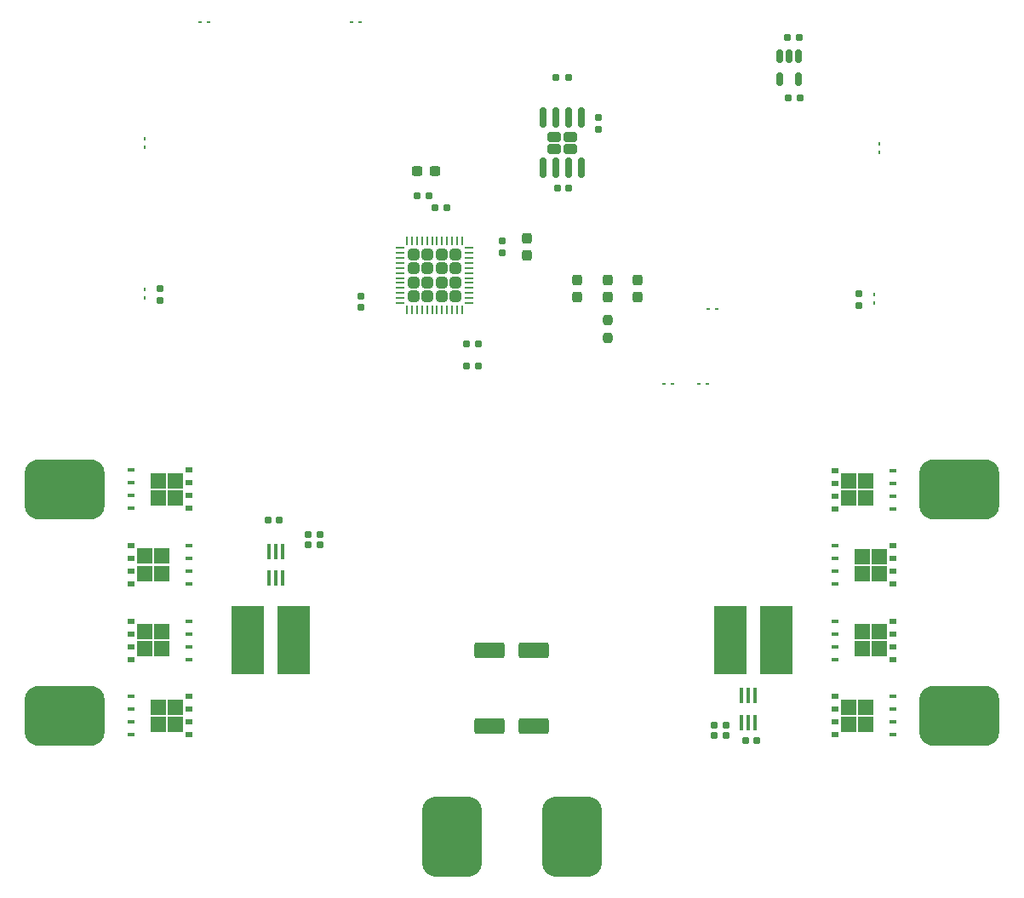
<source format=gbr>
%TF.GenerationSoftware,KiCad,Pcbnew,8.0.3*%
%TF.CreationDate,2024-07-05T23:28:03-07:00*%
%TF.ProjectId,go-kart-esc,676f2d6b-6172-4742-9d65-73632e6b6963,rev?*%
%TF.SameCoordinates,Original*%
%TF.FileFunction,Paste,Top*%
%TF.FilePolarity,Positive*%
%FSLAX46Y46*%
G04 Gerber Fmt 4.6, Leading zero omitted, Abs format (unit mm)*
G04 Created by KiCad (PCBNEW 8.0.3) date 2024-07-05 23:28:03*
%MOMM*%
%LPD*%
G01*
G04 APERTURE LIST*
G04 Aperture macros list*
%AMRoundRect*
0 Rectangle with rounded corners*
0 $1 Rounding radius*
0 $2 $3 $4 $5 $6 $7 $8 $9 X,Y pos of 4 corners*
0 Add a 4 corners polygon primitive as box body*
4,1,4,$2,$3,$4,$5,$6,$7,$8,$9,$2,$3,0*
0 Add four circle primitives for the rounded corners*
1,1,$1+$1,$2,$3*
1,1,$1+$1,$4,$5*
1,1,$1+$1,$6,$7*
1,1,$1+$1,$8,$9*
0 Add four rect primitives between the rounded corners*
20,1,$1+$1,$2,$3,$4,$5,0*
20,1,$1+$1,$4,$5,$6,$7,0*
20,1,$1+$1,$6,$7,$8,$9,0*
20,1,$1+$1,$8,$9,$2,$3,0*%
G04 Aperture macros list end*
%ADD10RoundRect,0.150000X-0.150000X0.512500X-0.150000X-0.512500X0.150000X-0.512500X0.150000X0.512500X0*%
%ADD11RoundRect,0.237500X-0.300000X-0.237500X0.300000X-0.237500X0.300000X0.237500X-0.300000X0.237500X0*%
%ADD12RoundRect,0.160000X0.197500X0.160000X-0.197500X0.160000X-0.197500X-0.160000X0.197500X-0.160000X0*%
%ADD13RoundRect,1.500000X-1.500000X-2.500000X1.500000X-2.500000X1.500000X2.500000X-1.500000X2.500000X0*%
%ADD14RoundRect,1.500000X2.500000X-1.500000X2.500000X1.500000X-2.500000X1.500000X-2.500000X-1.500000X0*%
%ADD15RoundRect,0.062500X0.117500X0.062500X-0.117500X0.062500X-0.117500X-0.062500X0.117500X-0.062500X0*%
%ADD16R,1.500000X1.500000*%
%ADD17R,0.750000X0.500000*%
%ADD18R,0.750000X0.400000*%
%ADD19RoundRect,0.155000X-0.212500X-0.155000X0.212500X-0.155000X0.212500X0.155000X-0.212500X0.155000X0*%
%ADD20RoundRect,0.155000X0.155000X-0.212500X0.155000X0.212500X-0.155000X0.212500X-0.155000X-0.212500X0*%
%ADD21RoundRect,1.500000X-2.500000X1.500000X-2.500000X-1.500000X2.500000X-1.500000X2.500000X1.500000X0*%
%ADD22R,0.400000X1.500000*%
%ADD23RoundRect,0.160000X-0.197500X-0.160000X0.197500X-0.160000X0.197500X0.160000X-0.197500X0.160000X0*%
%ADD24RoundRect,0.155000X-0.155000X0.212500X-0.155000X-0.212500X0.155000X-0.212500X0.155000X0.212500X0*%
%ADD25RoundRect,0.062500X-0.062500X0.117500X-0.062500X-0.117500X0.062500X-0.117500X0.062500X0.117500X0*%
%ADD26RoundRect,0.155000X0.212500X0.155000X-0.212500X0.155000X-0.212500X-0.155000X0.212500X-0.155000X0*%
%ADD27R,3.180000X6.860000*%
%ADD28RoundRect,0.160000X-0.160000X0.197500X-0.160000X-0.197500X0.160000X-0.197500X0.160000X0.197500X0*%
%ADD29RoundRect,0.237500X0.237500X-0.287500X0.237500X0.287500X-0.237500X0.287500X-0.237500X-0.287500X0*%
%ADD30RoundRect,0.242500X0.422500X-0.242500X0.422500X0.242500X-0.422500X0.242500X-0.422500X-0.242500X0*%
%ADD31RoundRect,0.150000X0.150000X-0.825000X0.150000X0.825000X-0.150000X0.825000X-0.150000X-0.825000X0*%
%ADD32RoundRect,0.250000X-1.250000X-0.550000X1.250000X-0.550000X1.250000X0.550000X-1.250000X0.550000X0*%
%ADD33RoundRect,0.062500X-0.117500X-0.062500X0.117500X-0.062500X0.117500X0.062500X-0.117500X0.062500X0*%
%ADD34RoundRect,0.250000X-0.315000X0.315000X-0.315000X-0.315000X0.315000X-0.315000X0.315000X0.315000X0*%
%ADD35RoundRect,0.062500X-0.062500X0.375000X-0.062500X-0.375000X0.062500X-0.375000X0.062500X0.375000X0*%
%ADD36RoundRect,0.062500X-0.375000X0.062500X-0.375000X-0.062500X0.375000X-0.062500X0.375000X0.062500X0*%
%ADD37RoundRect,0.237500X-0.237500X0.300000X-0.237500X-0.300000X0.237500X-0.300000X0.237500X0.300000X0*%
%ADD38RoundRect,0.237500X-0.237500X0.250000X-0.237500X-0.250000X0.237500X-0.250000X0.237500X0.250000X0*%
G04 APERTURE END LIST*
D10*
%TO.C,U801*%
X93517500Y-31862500D03*
X92567500Y-31862500D03*
X91617500Y-31862500D03*
X91617500Y-34137500D03*
X93517500Y-34137500D03*
%TD*%
D11*
%TO.C,C405*%
X55600000Y-43300000D03*
X57325000Y-43300000D03*
%TD*%
D12*
%TO.C,R701*%
X70597500Y-34000000D03*
X69402500Y-34000000D03*
%TD*%
D13*
%TO.C,J102*%
X71000000Y-109500000D03*
%TD*%
D14*
%TO.C,J602*%
X109500000Y-75000000D03*
%TD*%
D15*
%TO.C,D117*%
X83580000Y-64500000D03*
X84420000Y-64500000D03*
%TD*%
D16*
%TO.C,Q604*%
X99800000Y-81650000D03*
X99800000Y-83350000D03*
X101500000Y-81650000D03*
X101500000Y-83350000D03*
D17*
X102905000Y-80595000D03*
X102905000Y-81865000D03*
X102905000Y-83135000D03*
X102905000Y-84405000D03*
D18*
X97100000Y-80595000D03*
X97100000Y-81865000D03*
X97100000Y-83135000D03*
X97100000Y-84405000D03*
%TD*%
D19*
%TO.C,C407*%
X55600000Y-45800000D03*
X56735000Y-45800000D03*
%TD*%
D20*
%TO.C,C403*%
X50000000Y-56900000D03*
X50000000Y-55765000D03*
%TD*%
D21*
%TO.C,J301*%
X20500000Y-75000000D03*
%TD*%
D22*
%TO.C,U601*%
X87850000Y-98160000D03*
X88500000Y-98160000D03*
X89150000Y-98160000D03*
X89150000Y-95500000D03*
X88500000Y-95500000D03*
X87850000Y-95500000D03*
%TD*%
D23*
%TO.C,R304*%
X44752500Y-79500000D03*
X45947500Y-79500000D03*
%TD*%
D24*
%TO.C,C702*%
X73567500Y-38025000D03*
X73567500Y-39160000D03*
%TD*%
D25*
%TO.C,D110*%
X28500000Y-40920000D03*
X28500000Y-40080000D03*
%TD*%
D23*
%TO.C,R603*%
X85120129Y-98480348D03*
X86315129Y-98480348D03*
%TD*%
D26*
%TO.C,C402*%
X61635000Y-60500000D03*
X60500000Y-60500000D03*
%TD*%
D27*
%TO.C,R301*%
X43250000Y-90000000D03*
X38750000Y-90000000D03*
%TD*%
D14*
%TO.C,J601*%
X109500000Y-97500000D03*
%TD*%
D21*
%TO.C,J302*%
X20500000Y-97500000D03*
%TD*%
D28*
%TO.C,R102*%
X99500000Y-55500000D03*
X99500000Y-56695000D03*
%TD*%
D26*
%TO.C,C408*%
X61635000Y-62750000D03*
X60500000Y-62750000D03*
%TD*%
D27*
%TO.C,R601*%
X86750000Y-90000000D03*
X91250000Y-90000000D03*
%TD*%
D29*
%TO.C,D101*%
X77500000Y-55875000D03*
X77500000Y-54125000D03*
%TD*%
D30*
%TO.C,U701*%
X69175000Y-41100000D03*
X70825000Y-41100000D03*
X69175000Y-39900000D03*
X70825000Y-39900000D03*
D31*
X68095000Y-42975000D03*
X69365000Y-42975000D03*
X70635000Y-42975000D03*
X71905000Y-42975000D03*
X71905000Y-38025000D03*
X70635000Y-38025000D03*
X69365000Y-38025000D03*
X68095000Y-38025000D03*
%TD*%
D12*
%TO.C,R604*%
X86315129Y-99480348D03*
X85120129Y-99480348D03*
%TD*%
D13*
%TO.C,J101*%
X59000000Y-109500000D03*
%TD*%
D29*
%TO.C,D102*%
X71500000Y-55875000D03*
X71500000Y-54125000D03*
%TD*%
D16*
%TO.C,Q603*%
X100200000Y-75850000D03*
X100200000Y-74150000D03*
X98500000Y-75850000D03*
X98500000Y-74150000D03*
D17*
X97095000Y-76905000D03*
X97095000Y-75635000D03*
X97095000Y-74365000D03*
X97095000Y-73095000D03*
D18*
X102900000Y-76905000D03*
X102900000Y-75635000D03*
X102900000Y-74365000D03*
X102900000Y-73095000D03*
%TD*%
D32*
%TO.C,C506*%
X62800000Y-98500000D03*
X67200000Y-98500000D03*
%TD*%
D16*
%TO.C,Q301*%
X29800000Y-74135000D03*
X29800000Y-75835000D03*
X31500000Y-74135000D03*
X31500000Y-75835000D03*
D17*
X32905000Y-73080000D03*
X32905000Y-74350000D03*
X32905000Y-75620000D03*
X32905000Y-76890000D03*
D18*
X27100000Y-73080000D03*
X27100000Y-74350000D03*
X27100000Y-75620000D03*
X27100000Y-76890000D03*
%TD*%
D25*
%TO.C,D108*%
X101500000Y-41420000D03*
X101500000Y-40580000D03*
%TD*%
D19*
%TO.C,C401*%
X57365000Y-47000000D03*
X58500000Y-47000000D03*
%TD*%
D28*
%TO.C,R101*%
X30000000Y-55000000D03*
X30000000Y-56195000D03*
%TD*%
D12*
%TO.C,R303*%
X45947500Y-80500000D03*
X44752500Y-80500000D03*
%TD*%
D25*
%TO.C,D106*%
X28500000Y-55920000D03*
X28500000Y-55080000D03*
%TD*%
D32*
%TO.C,C206*%
X62800000Y-91000000D03*
X67200000Y-91000000D03*
%TD*%
D16*
%TO.C,Q304*%
X30200000Y-90835000D03*
X30200000Y-89135000D03*
X28500000Y-90835000D03*
X28500000Y-89135000D03*
D17*
X27095000Y-91890000D03*
X27095000Y-90620000D03*
X27095000Y-89350000D03*
X27095000Y-88080000D03*
D18*
X32900000Y-91890000D03*
X32900000Y-90620000D03*
X32900000Y-89350000D03*
X32900000Y-88080000D03*
%TD*%
D16*
%TO.C,Q602*%
X99800000Y-89150000D03*
X99800000Y-90850000D03*
X101500000Y-89150000D03*
X101500000Y-90850000D03*
D17*
X102905000Y-88095000D03*
X102905000Y-89365000D03*
X102905000Y-90635000D03*
X102905000Y-91905000D03*
D18*
X97100000Y-88095000D03*
X97100000Y-89365000D03*
X97100000Y-90635000D03*
X97100000Y-91905000D03*
%TD*%
D33*
%TO.C,D116*%
X85340000Y-57000000D03*
X84500000Y-57000000D03*
%TD*%
D15*
%TO.C,D114*%
X49080000Y-28500000D03*
X49920000Y-28500000D03*
%TD*%
%TO.C,D118*%
X80080000Y-64500000D03*
X80920000Y-64500000D03*
%TD*%
D24*
%TO.C,C404*%
X64000000Y-50300000D03*
X64000000Y-51435000D03*
%TD*%
D26*
%TO.C,C801*%
X93635000Y-36000000D03*
X92500000Y-36000000D03*
%TD*%
D15*
%TO.C,D112*%
X34000000Y-28500000D03*
X34840000Y-28500000D03*
%TD*%
D16*
%TO.C,Q601*%
X100200000Y-98350000D03*
X100200000Y-96650000D03*
X98500000Y-98350000D03*
X98500000Y-96650000D03*
D17*
X97095000Y-99405000D03*
X97095000Y-98135000D03*
X97095000Y-96865000D03*
X97095000Y-95595000D03*
D18*
X102900000Y-99405000D03*
X102900000Y-98135000D03*
X102900000Y-96865000D03*
X102900000Y-95595000D03*
%TD*%
D34*
%TO.C,U401*%
X59400000Y-51600000D03*
X58000000Y-51600000D03*
X56600000Y-51600000D03*
X55200000Y-51600000D03*
X59400000Y-53000000D03*
X58000000Y-53000000D03*
X56600000Y-53000000D03*
X55200000Y-53000000D03*
X59400000Y-54400000D03*
X58000000Y-54400000D03*
X56600000Y-54400000D03*
X55200000Y-54400000D03*
X59400000Y-55800000D03*
X58000000Y-55800000D03*
X56600000Y-55800000D03*
X55200000Y-55800000D03*
D35*
X60050000Y-50262500D03*
X59550000Y-50262500D03*
X59050000Y-50262500D03*
X58550000Y-50262500D03*
X58050000Y-50262500D03*
X57550000Y-50262500D03*
X57050000Y-50262500D03*
X56550000Y-50262500D03*
X56050000Y-50262500D03*
X55550000Y-50262500D03*
X55050000Y-50262500D03*
X54550000Y-50262500D03*
D36*
X53862500Y-50950000D03*
X53862500Y-51450000D03*
X53862500Y-51950000D03*
X53862500Y-52450000D03*
X53862500Y-52950000D03*
X53862500Y-53450000D03*
X53862500Y-53950000D03*
X53862500Y-54450000D03*
X53862500Y-54950000D03*
X53862500Y-55450000D03*
X53862500Y-55950000D03*
X53862500Y-56450000D03*
D35*
X54550000Y-57137500D03*
X55050000Y-57137500D03*
X55550000Y-57137500D03*
X56050000Y-57137500D03*
X56550000Y-57137500D03*
X57050000Y-57137500D03*
X57550000Y-57137500D03*
X58050000Y-57137500D03*
X58550000Y-57137500D03*
X59050000Y-57137500D03*
X59550000Y-57137500D03*
X60050000Y-57137500D03*
D36*
X60737500Y-56450000D03*
X60737500Y-55950000D03*
X60737500Y-55450000D03*
X60737500Y-54950000D03*
X60737500Y-54450000D03*
X60737500Y-53950000D03*
X60737500Y-53450000D03*
X60737500Y-52950000D03*
X60737500Y-52450000D03*
X60737500Y-51950000D03*
X60737500Y-51450000D03*
X60737500Y-50950000D03*
%TD*%
D25*
%TO.C,D104*%
X101000000Y-56420000D03*
X101000000Y-55580000D03*
%TD*%
D26*
%TO.C,C802*%
X93567500Y-30000000D03*
X92432500Y-30000000D03*
%TD*%
D22*
%TO.C,U301*%
X42150000Y-81170000D03*
X41500000Y-81170000D03*
X40850000Y-81170000D03*
X40850000Y-83830000D03*
X41500000Y-83830000D03*
X42150000Y-83830000D03*
%TD*%
D16*
%TO.C,Q302*%
X30200000Y-83335000D03*
X30200000Y-81635000D03*
X28500000Y-83335000D03*
X28500000Y-81635000D03*
D17*
X27095000Y-84390000D03*
X27095000Y-83120000D03*
X27095000Y-81850000D03*
X27095000Y-80580000D03*
D18*
X32900000Y-84390000D03*
X32900000Y-83120000D03*
X32900000Y-81850000D03*
X32900000Y-80580000D03*
%TD*%
D29*
%TO.C,D103*%
X74500000Y-55875000D03*
X74500000Y-54125000D03*
%TD*%
D37*
%TO.C,C406*%
X66500000Y-50005000D03*
X66500000Y-51730000D03*
%TD*%
D38*
%TO.C,R103*%
X74500000Y-58125000D03*
X74500000Y-59950000D03*
%TD*%
D19*
%TO.C,C301*%
X40715000Y-78000000D03*
X41850000Y-78000000D03*
%TD*%
D16*
%TO.C,Q303*%
X29800000Y-96650000D03*
X29800000Y-98350000D03*
X31500000Y-96650000D03*
X31500000Y-98350000D03*
D17*
X32905000Y-95595000D03*
X32905000Y-96865000D03*
X32905000Y-98135000D03*
X32905000Y-99405000D03*
D18*
X27100000Y-95595000D03*
X27100000Y-96865000D03*
X27100000Y-98135000D03*
X27100000Y-99405000D03*
%TD*%
D26*
%TO.C,C701*%
X70635000Y-45025000D03*
X69500000Y-45025000D03*
%TD*%
%TO.C,C601*%
X89382629Y-99980348D03*
X88247629Y-99980348D03*
%TD*%
M02*

</source>
